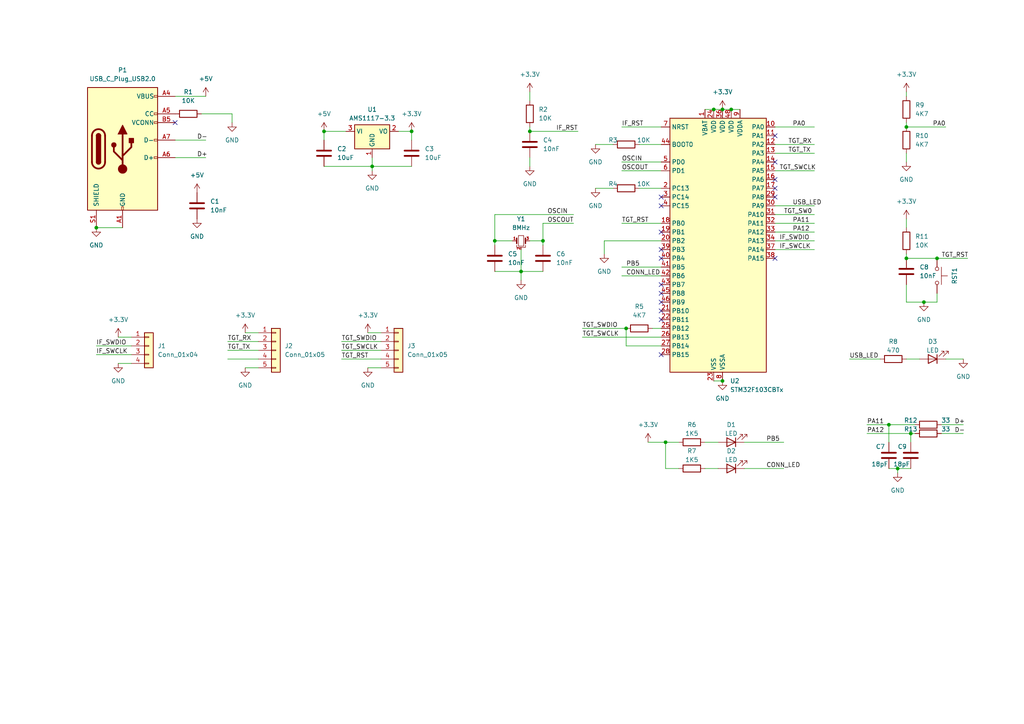
<source format=kicad_sch>
(kicad_sch (version 20230121) (generator eeschema)
  (paper "A4")
  (lib_symbols
    (symbol "Connector:USB_C_Plug_USB2.0" (pin_names (offset 1.016))
      (property "Reference" "P" (at -10.16 19.05 0))
      (property "Value" "USB_C_Plug_USB2.0" (at 12.7 19.05 0))
      (symbol "USB_C_Plug_USB2.0_0_0"
        (rectangle (start -0.254 -17.78) (end 0.254 -16.764))
        (rectangle (start 10.16 -2.286) (end 9.144 -2.794))
        (rectangle (start 10.16 2.794) (end 9.144 2.286))
        (rectangle (start 10.16 7.874) (end 9.144 7.366))
        (rectangle (start 10.16 10.414) (end 9.144 9.906))
        (rectangle (start 10.16 15.494) (end 9.144 14.986))
      )
      (symbol "USB_C_Plug_USB2.0_0_1"
        (rectangle (start -10.16 17.78) (end 10.16 -17.78) (stroke (width 0.254)) (fill (type background)))
        (arc (start -8.89 -3.81) (mid -6.985 -5.7067) (end -5.08 -3.81) (stroke (width 0.508)))
        (arc (start -7.62 -3.81) (mid -6.985 -4.4423) (end -6.35 -3.81) (stroke (width 0.254)))
        (arc (start -7.62 -3.81) (mid -6.985 -4.4423) (end -6.35 -3.81) (stroke (width 0.254)) (fill (type outline)))
        (rectangle (start -7.62 -3.81) (end -6.35 3.81) (stroke (width 0.254)) (fill (type outline)))
        (arc (start -6.35 3.81) (mid -6.985 4.4423) (end -7.62 3.81) (stroke (width 0.254)))
        (arc (start -6.35 3.81) (mid -6.985 4.4423) (end -7.62 3.81) (stroke (width 0.254)) (fill (type outline)))
        (arc (start -5.08 3.81) (mid -6.985 5.7067) (end -8.89 3.81) (stroke (width 0.508)))
        (circle (center -2.54 1.143) (radius 0.635) (stroke (width 0.254)) (fill (type outline)))
        (circle (center 0 -5.842) (radius 1.27) (fill (type outline)))
        (polyline (pts (xy -8.89 -3.81) (xy -8.89 3.81)) (stroke (width 0.508)))
        (polyline (pts (xy -5.08 3.81) (xy -5.08 -3.81)) (stroke (width 0.508)))
        (polyline (pts (xy 0 -5.842) (xy 0 4.318)) (stroke (width 0.508)))
        (polyline (pts (xy 0 -3.302) (xy -2.54 -0.762) (xy -2.54 0.508)) (stroke (width 0.508)))
        (polyline (pts (xy 0 -2.032) (xy 2.54 0.508) (xy 2.54 1.778)) (stroke (width 0.508)))
        (polyline (pts (xy -1.27 4.318) (xy 0 6.858) (xy 1.27 4.318) (xy -1.27 4.318)) (stroke (width 0.254)) (fill (type outline)))
        (rectangle (start 1.905 1.778) (end 3.175 3.048) (stroke (width 0.254)) (fill (type outline)))
      )
      (symbol "USB_C_Plug_USB2.0_1_1"
        (pin passive line (at 0 -22.86 90) (length 5.08) (name "GND") (number "A1"))
        (pin passive line (at 0 -22.86 90) (length 5.08) hide (name "GND") (number "A12"))
        (pin passive line (at 15.24 15.24 180) (length 5.08) (name "VBUS") (number "A4"))
        (pin bidirectional line (at 15.24 10.16 180) (length 5.08) (name "CC") (number "A5"))
        (pin bidirectional line (at 15.24 -2.54 180) (length 5.08) (name "D+") (number "A6"))
        (pin bidirectional line (at 15.24 2.54 180) (length 5.08) (name "D-") (number "A7"))
        (pin passive line (at 15.24 15.24 180) (length 5.08) hide (name "VBUS") (number "A9"))
        (pin passive line (at 0 -22.86 90) (length 5.08) hide (name "GND") (number "B1"))
        (pin passive line (at 0 -22.86 90) (length 5.08) hide (name "GND") (number "B12"))
        (pin passive line (at 15.24 15.24 180) (length 5.08) hide (name "VBUS") (number "B4"))
        (pin bidirectional line (at 15.24 7.62 180) (length 5.08) (name "VCONN") (number "B5"))
        (pin passive line (at 15.24 15.24 180) (length 5.08) hide (name "VBUS") (number "B9"))
        (pin passive line (at -7.62 -22.86 90) (length 5.08) (name "SHIELD") (number "S1"))
      )
    )
    (symbol "Connector_Generic:Conn_01x04" (pin_names (offset 1.016) hide)
      (property "Reference" "J" (at 0 5.08 0))
      (property "Value" "Conn_01x04" (at 0 -7.62 0))
      (symbol "Conn_01x04_1_1"
        (rectangle (start -1.27 -4.953) (end 0 -5.207) (stroke (width 0.1524)))
        (rectangle (start -1.27 -2.413) (end 0 -2.667) (stroke (width 0.1524)))
        (rectangle (start -1.27 0.127) (end 0 -0.127) (stroke (width 0.1524)))
        (rectangle (start -1.27 2.667) (end 0 2.413) (stroke (width 0.1524)))
        (rectangle (start -1.27 3.81) (end 1.27 -6.35) (stroke (width 0.254)) (fill (type background)))
        (pin passive line (at -5.08 2.54 0) (length 3.81) (name "Pin_1") (number "1"))
        (pin passive line (at -5.08 0 0) (length 3.81) (name "Pin_2") (number "2"))
        (pin passive line (at -5.08 -2.54 0) (length 3.81) (name "Pin_3") (number "3"))
        (pin passive line (at -5.08 -5.08 0) (length 3.81) (name "Pin_4") (number "4"))
      )
    )
    (symbol "Connector_Generic:Conn_01x05" (pin_names (offset 1.016) hide)
      (property "Reference" "J" (at 0 7.62 0))
      (property "Value" "Conn_01x05" (at 0 -7.62 0))
      (symbol "Conn_01x05_1_1"
        (rectangle (start -1.27 -4.953) (end 0 -5.207) (stroke (width 0.1524)))
        (rectangle (start -1.27 -2.413) (end 0 -2.667) (stroke (width 0.1524)))
        (rectangle (start -1.27 0.127) (end 0 -0.127) (stroke (width 0.1524)))
        (rectangle (start -1.27 2.667) (end 0 2.413) (stroke (width 0.1524)))
        (rectangle (start -1.27 5.207) (end 0 4.953) (stroke (width 0.1524)))
        (rectangle (start -1.27 6.35) (end 1.27 -6.35) (stroke (width 0.254)) (fill (type background)))
        (pin passive line (at -5.08 5.08 0) (length 3.81) (name "Pin_1") (number "1"))
        (pin passive line (at -5.08 2.54 0) (length 3.81) (name "Pin_2") (number "2"))
        (pin passive line (at -5.08 0 0) (length 3.81) (name "Pin_3") (number "3"))
        (pin passive line (at -5.08 -2.54 0) (length 3.81) (name "Pin_4") (number "4"))
        (pin passive line (at -5.08 -5.08 0) (length 3.81) (name "Pin_5") (number "5"))
      )
    )
    (symbol "Device:C" (pin_numbers hide) (pin_names (offset 0.254))
      (property "Reference" "C" (at 0.635 2.54 0))
      (property "Value" "C" (at 0.635 -2.54 0))
      (symbol "C_0_1"
        (polyline (pts (xy -2.032 -0.762) (xy 2.032 -0.762)) (stroke (width 0.508)))
        (polyline (pts (xy -2.032 0.762) (xy 2.032 0.762)) (stroke (width 0.508)))
      )
      (symbol "C_1_1"
        (pin passive line (at 0 3.81 270) (length 2.794) (name "~") (number "1"))
        (pin passive line (at 0 -3.81 90) (length 2.794) (name "~") (number "2"))
      )
    )
    (symbol "Device:Crystal_GND2_Small" (pin_names (offset 1.016) hide)
      (property "Reference" "Y" (at 0 5.08 0))
      (property "Value" "Crystal_GND2_Small" (at 0 3.175 0))
      (symbol "Crystal_GND2_Small_0_1"
        (rectangle (start -0.762 -1.524) (end 0.762 1.524))
        (polyline (pts (xy -1.27 -0.762) (xy -1.27 0.762)) (stroke (width 0.381)))
        (polyline (pts (xy 1.27 -0.762) (xy 1.27 0.762)) (stroke (width 0.381)))
        (polyline (pts (xy -1.27 -1.27) (xy -1.27 -1.905) (xy 1.27 -1.905) (xy 1.27 -1.27)))
      )
      (symbol "Crystal_GND2_Small_1_1"
        (pin passive line (at -2.54 0 0) (length 1.27) (name "1") (number "1"))
        (pin passive line (at 0 -2.54 90) (length 0.635) (name "2") (number "2"))
        (pin passive line (at 2.54 0 180) (length 1.27) (name "3") (number "3"))
      )
    )
    (symbol "Device:LED" (pin_numbers hide) (pin_names (offset 1.016) hide)
      (property "Reference" "D" (at 0 2.54 0))
      (property "Value" "LED" (at 0 -2.54 0))
      (symbol "LED_0_1"
        (polyline (pts (xy -1.27 -1.27) (xy -1.27 1.27)) (stroke (width 0.254)))
        (polyline (pts (xy -1.27 0) (xy 1.27 0)))
        (polyline (pts (xy 1.27 -1.27) (xy 1.27 1.27) (xy -1.27 0) (xy 1.27 -1.27)) (stroke (width 0.254)))
        (polyline (pts (xy -3.048 -0.762) (xy -4.572 -2.286) (xy -3.81 -2.286) (xy -4.572 -2.286) (xy -4.572 -1.524)))
        (polyline (pts (xy -1.778 -0.762) (xy -3.302 -2.286) (xy -2.54 -2.286) (xy -3.302 -2.286) (xy -3.302 -1.524)))
      )
      (symbol "LED_1_1"
        (pin passive line (at -3.81 0 0) (length 2.54) (name "K") (number "1"))
        (pin passive line (at 3.81 0 180) (length 2.54) (name "A") (number "2"))
      )
    )
    (symbol "Device:R" (pin_numbers hide) (pin_names (offset 0))
      (property "Reference" "R" (at 2.032 0 90))
      (property "Value" "R" (at 0 0 90))
      (symbol "R_0_1"
        (rectangle (start -1.016 -2.54) (end 1.016 2.54) (stroke (width 0.254)))
      )
      (symbol "R_1_1"
        (pin passive line (at 0 3.81 270) (length 1.27) (name "~") (number "1"))
        (pin passive line (at 0 -3.81 90) (length 1.27) (name "~") (number "2"))
      )
    )
    (symbol "MCU_ST_STM32F1:STM32F103CBTx"
      (property "Reference" "U" (at -12.7 39.37 0))
      (property "Value" "STM32F103CBTx" (at 10.16 39.37 0))
      (symbol "STM32F103CBTx_0_1"
        (rectangle (start -12.7 -35.56) (end 15.24 38.1) (stroke (width 0.254)) (fill (type background)))
      )
      (symbol "STM32F103CBTx_1_1"
        (pin power_in line (at -2.54 40.64 270) (length 2.54) (name "VBAT") (number "1"))
        (pin bidirectional line (at 17.78 35.56 180) (length 2.54) (name "PA0") (number "10"))
        (pin bidirectional line (at 17.78 33.02 180) (length 2.54) (name "PA1") (number "11"))
        (pin bidirectional line (at 17.78 30.48 180) (length 2.54) (name "PA2") (number "12"))
        (pin bidirectional line (at 17.78 27.94 180) (length 2.54) (name "PA3") (number "13"))
        (pin bidirectional line (at 17.78 25.4 180) (length 2.54) (name "PA4") (number "14"))
        (pin bidirectional line (at 17.78 22.86 180) (length 2.54) (name "PA5") (number "15"))
        (pin bidirectional line (at 17.78 20.32 180) (length 2.54) (name "PA6") (number "16"))
        (pin bidirectional line (at 17.78 17.78 180) (length 2.54) (name "PA7") (number "17"))
        (pin bidirectional line (at -15.24 7.62 0) (length 2.54) (name "PB0") (number "18"))
        (pin bidirectional line (at -15.24 5.08 0) (length 2.54) (name "PB1") (number "19"))
        (pin bidirectional line (at -15.24 17.78 0) (length 2.54) (name "PC13") (number "2"))
        (pin bidirectional line (at -15.24 2.54 0) (length 2.54) (name "PB2") (number "20"))
        (pin bidirectional line (at -15.24 -17.78 0) (length 2.54) (name "PB10") (number "21"))
        (pin bidirectional line (at -15.24 -20.32 0) (length 2.54) (name "PB11") (number "22"))
        (pin power_in line (at 0 -38.1 90) (length 2.54) (name "VSS") (number "23"))
        (pin power_in line (at 0 40.64 270) (length 2.54) (name "VDD") (number "24"))
        (pin bidirectional line (at -15.24 -22.86 0) (length 2.54) (name "PB12") (number "25"))
        (pin bidirectional line (at -15.24 -25.4 0) (length 2.54) (name "PB13") (number "26"))
        (pin bidirectional line (at -15.24 -27.94 0) (length 2.54) (name "PB14") (number "27"))
        (pin bidirectional line (at -15.24 -30.48 0) (length 2.54) (name "PB15") (number "28"))
        (pin bidirectional line (at 17.78 15.24 180) (length 2.54) (name "PA8") (number "29"))
        (pin bidirectional line (at -15.24 15.24 0) (length 2.54) (name "PC14") (number "3"))
        (pin bidirectional line (at 17.78 12.7 180) (length 2.54) (name "PA9") (number "30"))
        (pin bidirectional line (at 17.78 10.16 180) (length 2.54) (name "PA10") (number "31"))
        (pin bidirectional line (at 17.78 7.62 180) (length 2.54) (name "PA11") (number "32"))
        (pin bidirectional line (at 17.78 5.08 180) (length 2.54) (name "PA12") (number "33"))
        (pin bidirectional line (at 17.78 2.54 180) (length 2.54) (name "PA13") (number "34"))
        (pin passive line (at 0 -38.1 90) (length 2.54) hide (name "VSS") (number "35"))
        (pin power_in line (at 2.54 40.64 270) (length 2.54) (name "VDD") (number "36"))
        (pin bidirectional line (at 17.78 0 180) (length 2.54) (name "PA14") (number "37"))
        (pin bidirectional line (at 17.78 -2.54 180) (length 2.54) (name "PA15") (number "38"))
        (pin bidirectional line (at -15.24 0 0) (length 2.54) (name "PB3") (number "39"))
        (pin bidirectional line (at -15.24 12.7 0) (length 2.54) (name "PC15") (number "4"))
        (pin bidirectional line (at -15.24 -2.54 0) (length 2.54) (name "PB4") (number "40"))
        (pin bidirectional line (at -15.24 -5.08 0) (length 2.54) (name "PB5") (number "41"))
        (pin bidirectional line (at -15.24 -7.62 0) (length 2.54) (name "PB6") (number "42"))
        (pin bidirectional line (at -15.24 -10.16 0) (length 2.54) (name "PB7") (number "43"))
        (pin input line (at -15.24 30.48 0) (length 2.54) (name "BOOT0") (number "44"))
        (pin bidirectional line (at -15.24 -12.7 0) (length 2.54) (name "PB8") (number "45"))
        (pin bidirectional line (at -15.24 -15.24 0) (length 2.54) (name "PB9") (number "46"))
        (pin passive line (at 0 -38.1 90) (length 2.54) hide (name "VSS") (number "47"))
        (pin power_in line (at 5.08 40.64 270) (length 2.54) (name "VDD") (number "48"))
        (pin bidirectional line (at -15.24 25.4 0) (length 2.54) (name "PD0") (number "5"))
        (pin bidirectional line (at -15.24 22.86 0) (length 2.54) (name "PD1") (number "6"))
        (pin input line (at -15.24 35.56 0) (length 2.54) (name "NRST") (number "7"))
        (pin power_in line (at 2.54 -38.1 90) (length 2.54) (name "VSSA") (number "8"))
        (pin power_in line (at 7.62 40.64 270) (length 2.54) (name "VDDA") (number "9"))
      )
    )
    (symbol "Regulator_Linear:AMS1117-3.3"
      (property "Reference" "U" (at -3.81 3.175 0))
      (property "Value" "AMS1117-3.3" (at 0 3.175 0))
      (symbol "AMS1117-3.3_0_1"
        (rectangle (start -5.08 -5.08) (end 5.08 1.905) (stroke (width 0.254)) (fill (type background)))
      )
      (symbol "AMS1117-3.3_1_1"
        (pin power_in line (at 0 -7.62 90) (length 2.54) (name "GND") (number "1"))
        (pin power_out line (at 7.62 0 180) (length 2.54) (name "VO") (number "2"))
        (pin power_in line (at -7.62 0 0) (length 2.54) (name "VI") (number "3"))
      )
    )
    (symbol "Switch:SW_Push" (pin_numbers hide) (pin_names (offset 1.016) hide)
      (property "Reference" "SW" (at 1.27 2.54 0))
      (property "Value" "SW_Push" (at 0 -1.524 0))
      (symbol "SW_Push_0_1"
        (circle (center -2.032 0) (radius 0.508))
        (polyline (pts (xy 0 1.27) (xy 0 3.048)))
        (polyline (pts (xy 2.54 1.27) (xy -2.54 1.27)))
        (circle (center 2.032 0) (radius 0.508))
        (pin passive line (at -5.08 0 0) (length 2.54) (name "1") (number "1"))
        (pin passive line (at 5.08 0 180) (length 2.54) (name "2") (number "2"))
      )
    )
    (symbol "power:+3.3V" (power) (pin_names (offset 0))
      (property "Value" "+3.3V" (at 0 3.556 0))
      (symbol "+3.3V_0_1"
        (polyline (pts (xy -0.762 1.27) (xy 0 2.54)))
        (polyline (pts (xy 0 0) (xy 0 2.54)))
        (polyline (pts (xy 0 2.54) (xy 0.762 1.27)))
      )
      (symbol "+3.3V_1_1"
        (pin power_in line (at 0 0 90) (length 0) hide (name "+3.3V") (number "1"))
      )
    )
    (symbol "power:+5V" (power) (pin_names (offset 0))
      (property "Value" "+5V" (at 0 3.556 0))
      (symbol "+5V_0_1"
        (polyline (pts (xy -0.762 1.27) (xy 0 2.54)))
        (polyline (pts (xy 0 0) (xy 0 2.54)))
        (polyline (pts (xy 0 2.54) (xy 0.762 1.27)))
      )
      (symbol "+5V_1_1"
        (pin power_in line (at 0 0 90) (length 0) hide (name "+5V") (number "1"))
      )
    )
    (symbol "power:GND" (power) (pin_names (offset 0))
      (property "Value" "GND" (at 0 -3.81 0))
      (symbol "GND_0_1"
        (polyline (pts (xy 0 0) (xy 0 -1.27) (xy 1.27 -1.27) (xy 0 -2.54) (xy -1.27 -1.27) (xy 0 -1.27)))
      )
      (symbol "GND_1_1"
        (pin power_in line (at 0 0 270) (length 0) hide (name "GND") (number "1"))
      )
    )
  )
  (junction (at 93.98 38.1))
  (junction (at 209.55 31.75))
  (junction (at 151.13 78.74))
  (junction (at 153.67 38.1))
  (junction (at 143.51 69.85))
  (junction (at 212.09 31.75))
  (junction (at 260.35 135.89))
  (junction (at 262.89 74.93))
  (junction (at 181.61 95.25))
  (junction (at 27.94 66.04))
  (junction (at 264.16 125.73))
  (junction (at 262.89 36.83))
  (junction (at 193.04 128.27))
  (junction (at 267.97 87.63))
  (junction (at 107.95 48.26))
  (junction (at 271.78 74.93))
  (junction (at 207.01 31.75))
  (junction (at 157.48 69.85))
  (junction (at 119.38 38.1))
  (junction (at 209.55 110.49))
  (junction (at 257.81 123.19))
  (no_connect (at 191.77 74.93))
  (no_connect (at 191.77 82.55))
  (no_connect (at 224.79 39.37))
  (no_connect (at 50.8 35.56))
  (no_connect (at 224.79 54.61))
  (no_connect (at 224.79 74.93))
  (no_connect (at 191.77 72.39))
  (no_connect (at 191.77 57.15))
  (no_connect (at 191.77 102.87))
  (no_connect (at 224.79 52.07))
  (no_connect (at 191.77 59.69))
  (no_connect (at 191.77 92.71))
  (no_connect (at 224.79 57.15))
  (no_connect (at 224.79 46.99))
  (no_connect (at 191.77 90.17))
  (no_connect (at 191.77 85.09))
  (no_connect (at 191.77 67.31))
  (no_connect (at 191.77 87.63))
  (wire (pts (xy 193.04 128.27) (xy 196.85 128.27)))
  (wire (pts (xy 151.13 81.28) (xy 151.13 78.74)))
  (wire (pts (xy 180.34 49.53) (xy 191.77 49.53)))
  (wire (pts (xy 257.81 135.89) (xy 260.35 135.89)))
  (wire (pts (xy 93.98 40.64) (xy 93.98 38.1)))
  (wire (pts (xy 224.79 62.23) (xy 236.22 62.23)))
  (wire (pts (xy 27.94 66.04) (xy 35.56 66.04)))
  (wire (pts (xy 224.79 67.31) (xy 236.22 67.31)))
  (wire (pts (xy 153.67 45.72) (xy 153.67 48.26)))
  (wire (pts (xy 153.67 26.67) (xy 153.67 29.21)))
  (wire (pts (xy 266.7 104.14) (xy 262.89 104.14)))
  (wire (pts (xy 153.67 38.1) (xy 167.64 38.1)))
  (wire (pts (xy 153.67 69.85) (xy 157.48 69.85)))
  (wire (pts (xy 224.79 36.83) (xy 236.22 36.83)))
  (wire (pts (xy 143.51 62.23) (xy 166.37 62.23)))
  (wire (pts (xy 177.8 41.91) (xy 172.72 41.91)))
  (wire (pts (xy 71.12 96.52) (xy 74.93 96.52)))
  (wire (pts (xy 177.8 54.61) (xy 172.72 54.61)))
  (wire (pts (xy 27.94 100.33) (xy 38.1 100.33)))
  (wire (pts (xy 257.81 123.19) (xy 257.81 128.27)))
  (wire (pts (xy 262.89 87.63) (xy 267.97 87.63)))
  (wire (pts (xy 224.79 69.85) (xy 236.22 69.85)))
  (wire (pts (xy 181.61 100.33) (xy 191.77 100.33)))
  (wire (pts (xy 180.34 36.83) (xy 191.77 36.83)))
  (wire (pts (xy 262.89 36.83) (xy 262.89 35.56)))
  (wire (pts (xy 50.8 27.94) (xy 59.69 27.94)))
  (wire (pts (xy 93.98 38.1) (xy 100.33 38.1)))
  (wire (pts (xy 224.79 64.77) (xy 236.22 64.77)))
  (wire (pts (xy 260.35 135.89) (xy 260.35 137.16)))
  (wire (pts (xy 204.47 135.89) (xy 208.28 135.89)))
  (wire (pts (xy 262.89 82.55) (xy 262.89 87.63)))
  (wire (pts (xy 204.47 31.75) (xy 207.01 31.75)))
  (wire (pts (xy 153.67 36.83) (xy 153.67 38.1)))
  (wire (pts (xy 273.05 125.73) (xy 279.4 125.73)))
  (wire (pts (xy 262.89 46.99) (xy 262.89 44.45)))
  (wire (pts (xy 224.79 59.69) (xy 236.22 59.69)))
  (wire (pts (xy 157.48 64.77) (xy 166.37 64.77)))
  (wire (pts (xy 273.05 123.19) (xy 279.4 123.19)))
  (wire (pts (xy 110.49 101.6) (xy 99.06 101.6)))
  (wire (pts (xy 143.51 78.74) (xy 151.13 78.74)))
  (wire (pts (xy 251.46 123.19) (xy 257.81 123.19)))
  (wire (pts (xy 187.96 128.27) (xy 193.04 128.27)))
  (wire (pts (xy 181.61 95.25) (xy 168.91 95.25)))
  (wire (pts (xy 157.48 64.77) (xy 157.48 69.85)))
  (wire (pts (xy 110.49 104.14) (xy 99.06 104.14)))
  (wire (pts (xy 185.42 41.91) (xy 191.77 41.91)))
  (wire (pts (xy 193.04 135.89) (xy 193.04 128.27)))
  (wire (pts (xy 157.48 69.85) (xy 157.48 71.12)))
  (wire (pts (xy 107.95 48.26) (xy 107.95 49.53)))
  (wire (pts (xy 262.89 26.67) (xy 262.89 27.94)))
  (wire (pts (xy 34.29 97.79) (xy 38.1 97.79)))
  (wire (pts (xy 251.46 125.73) (xy 264.16 125.73)))
  (wire (pts (xy 34.29 105.41) (xy 38.1 105.41)))
  (wire (pts (xy 271.78 87.63) (xy 271.78 85.09)))
  (wire (pts (xy 207.01 110.49) (xy 209.55 110.49)))
  (wire (pts (xy 143.51 69.85) (xy 148.59 69.85)))
  (wire (pts (xy 106.68 96.52) (xy 110.49 96.52)))
  (wire (pts (xy 106.68 106.68) (xy 110.49 106.68)))
  (wire (pts (xy 66.04 99.06) (xy 74.93 99.06)))
  (wire (pts (xy 212.09 31.75) (xy 214.63 31.75)))
  (wire (pts (xy 119.38 40.64) (xy 119.38 38.1)))
  (wire (pts (xy 66.04 104.14) (xy 74.93 104.14)))
  (wire (pts (xy 185.42 54.61) (xy 191.77 54.61)))
  (wire (pts (xy 215.9 135.89) (xy 227.33 135.89)))
  (wire (pts (xy 107.95 48.26) (xy 119.38 48.26)))
  (wire (pts (xy 267.97 87.63) (xy 271.78 87.63)))
  (wire (pts (xy 175.26 69.85) (xy 175.26 73.66)))
  (wire (pts (xy 279.4 104.14) (xy 274.32 104.14)))
  (wire (pts (xy 181.61 100.33) (xy 181.61 95.25)))
  (wire (pts (xy 143.51 69.85) (xy 143.51 62.23)))
  (wire (pts (xy 189.23 95.25) (xy 191.77 95.25)))
  (wire (pts (xy 224.79 49.53) (xy 236.22 49.53)))
  (wire (pts (xy 260.35 135.89) (xy 264.16 135.89)))
  (wire (pts (xy 119.38 38.1) (xy 115.57 38.1)))
  (wire (pts (xy 271.78 74.93) (xy 280.67 74.93)))
  (wire (pts (xy 215.9 128.27) (xy 227.33 128.27)))
  (wire (pts (xy 224.79 41.91) (xy 236.22 41.91)))
  (wire (pts (xy 262.89 63.5) (xy 262.89 66.04)))
  (wire (pts (xy 58.42 33.02) (xy 67.31 33.02)))
  (wire (pts (xy 66.04 101.6) (xy 74.93 101.6)))
  (wire (pts (xy 180.34 77.47) (xy 191.77 77.47)))
  (wire (pts (xy 27.94 102.87) (xy 38.1 102.87)))
  (wire (pts (xy 257.81 123.19) (xy 265.43 123.19)))
  (wire (pts (xy 93.98 48.26) (xy 107.95 48.26)))
  (wire (pts (xy 143.51 71.12) (xy 143.51 69.85)))
  (wire (pts (xy 151.13 72.39) (xy 151.13 78.74)))
  (wire (pts (xy 50.8 40.64) (xy 59.69 40.64)))
  (wire (pts (xy 262.89 36.83) (xy 274.32 36.83)))
  (wire (pts (xy 50.8 45.72) (xy 59.69 45.72)))
  (wire (pts (xy 180.34 80.01) (xy 191.77 80.01)))
  (wire (pts (xy 107.95 45.72) (xy 107.95 48.26)))
  (wire (pts (xy 209.55 31.75) (xy 212.09 31.75)))
  (wire (pts (xy 224.79 72.39) (xy 236.22 72.39)))
  (wire (pts (xy 246.38 104.14) (xy 255.27 104.14)))
  (wire (pts (xy 180.34 64.77) (xy 191.77 64.77)))
  (wire (pts (xy 204.47 128.27) (xy 208.28 128.27)))
  (wire (pts (xy 67.31 33.02) (xy 67.31 35.56)))
  (wire (pts (xy 262.89 74.93) (xy 271.78 74.93)))
  (wire (pts (xy 180.34 46.99) (xy 191.77 46.99)))
  (wire (pts (xy 191.77 69.85) (xy 175.26 69.85)))
  (wire (pts (xy 264.16 125.73) (xy 265.43 125.73)))
  (wire (pts (xy 71.12 106.68) (xy 74.93 106.68)))
  (wire (pts (xy 224.79 44.45) (xy 236.22 44.45)))
  (wire (pts (xy 207.01 31.75) (xy 209.55 31.75)))
  (wire (pts (xy 110.49 99.06) (xy 99.06 99.06)))
  (wire (pts (xy 196.85 135.89) (xy 193.04 135.89)))
  (wire (pts (xy 151.13 78.74) (xy 157.48 78.74)))
  (wire (pts (xy 168.91 97.79) (xy 191.77 97.79)))
  (wire (pts (xy 262.89 73.66) (xy 262.89 74.93)))
  (wire (pts (xy 264.16 125.73) (xy 264.16 128.27)))
  (label "PA11" (at 229.87 64.77 0))
  (label "D-" (at 57.15 40.64 0))
  (label "TGT_RST" (at 180.34 64.77 0))
  (label "TGT_RX" (at 228.6 41.91 0))
  (label "IF_SWCLK" (at 226.06 72.39 0))
  (label "D+" (at 276.86 123.19 0))
  (label "TGT_RST" (at 99.06 104.14 0))
  (label "CONN_LED" (at 181.61 80.01 0))
  (label "IF_RST" (at 180.34 36.83 0))
  (label "TGT_SWCLK" (at 226.06 49.53 0))
  (label "IF_RST" (at 161.29 38.1 0))
  (label "TGT_SWDIO" (at 168.91 95.25 0))
  (label "USB_LED" (at 246.38 104.14 0))
  (label "IF_SWDIO" (at 226.06 69.85 0))
  (label "TGT_RST" (at 273.05 74.93 0))
  (label "IF_SWDIO" (at 27.94 100.33 0))
  (label "CONN_LED" (at 222.25 135.89 0))
  (label "OSCIN" (at 158.75 62.23 0))
  (label "PA12" (at 251.46 125.73 0))
  (label "TGT_SWCLK" (at 99.06 101.6 0))
  (label "USB_LED" (at 229.87 59.69 0))
  (label "OSCIN" (at 180.34 46.99 0))
  (label "TGT_SWDIO" (at 99.06 99.06 0))
  (label "PB5" (at 181.61 77.47 0))
  (label "TGT_TX" (at 228.6 44.45 0))
  (label "PA12" (at 229.87 67.31 0))
  (label "PA11" (at 251.46 123.19 0))
  (label "TGT_SW0" (at 227.33 62.23 0))
  (label "PA0" (at 229.87 36.83 0))
  (label "TGT_RX" (at 66.04 99.06 0))
  (label "OSCOUT" (at 158.75 64.77 0))
  (label "D+" (at 57.15 45.72 0))
  (label "IF_SWCLK" (at 27.94 102.87 0))
  (label "TGT_TX" (at 66.04 101.6 0))
  (label "D-" (at 276.86 125.73 0))
  (label "TGT_SWCLK" (at 168.91 97.79 0))
  (label "PB5" (at 222.25 128.27 0))
  (label "OSCOUT" (at 180.34 49.53 0))
  (label "PA0" (at 270.51 36.83 0))
  (symbol (lib_id "power:GND") (at 106.68 106.68 0) (unit 1)
    (property "Reference" "#PWR031" (effects hide))
    (property "Value" "GND" (at 106.68 111.76 0))
  )
  (symbol (lib_id "power:GND") (at 262.89 46.99 0) (unit 1)
    (property "Reference" "#PWR017" (effects hide))
    (property "Value" "GND" (at 262.89 52.07 0))
  )
  (symbol (lib_id "power:GND") (at 71.12 106.68 0) (unit 1)
    (property "Reference" "#PWR027" (effects hide))
    (property "Value" "GND" (at 71.12 111.76 0))
  )
  (symbol (lib_id "Device:R") (at 54.61 33.02 90) (unit 1)
    (property "Reference" "R1" (at 54.61 26.67 90))
    (property "Value" "10K" (at 54.61 29.21 90))
    (property "Footprint" "Resistor_SMD:R_0603_1608Metric_Pad0.98x0.95mm_HandSolder" (effects hide))
  )
  (symbol (lib_id "Device:C") (at 57.15 59.69 0) (unit 1)
    (property "Reference" "C1" (at 60.96 58.42 0) (effects (justify left)))
    (property "Value" "10nF" (at 60.96 60.96 0) (effects (justify left)))
    (property "Footprint" "Capacitor_SMD:C_0603_1608Metric_Pad1.08x0.95mm_HandSolder" (effects hide))
  )
  (symbol (lib_id "power:GND") (at 172.72 54.61 0) (unit 1)
    (property "Reference" "#PWR024" (effects hide))
    (property "Value" "GND" (at 172.72 59.69 0))
  )
  (symbol (lib_id "Device:R") (at 181.61 54.61 90) (unit 1)
    (property "Reference" "R4" (at 177.8 53.34 90))
    (property "Value" "10K" (at 186.69 53.34 90))
    (property "Footprint" "Resistor_SMD:R_0603_1608Metric_Pad0.98x0.95mm_HandSolder" (effects hide))
  )
  (symbol (lib_id "power:GND") (at 27.94 66.04 0) (unit 1)
    (property "Reference" "#PWR01" (effects hide))
    (property "Value" "GND" (at 27.94 71.12 0))
  )
  (symbol (lib_id "power:+3.3V") (at 187.96 128.27 0) (unit 1)
    (property "Reference" "#PWR020" (effects hide))
    (property "Value" "+3.3V" (at 187.96 123.19 0))
  )
  (symbol (lib_id "Connector_Generic:Conn_01x05") (at 115.57 101.6 0) (unit 1)
    (property "Reference" "J3" (at 118.11 100.33 0) (effects (justify left)))
    (property "Value" "Conn_01x05" (at 118.11 102.87 0) (effects (justify left)))
    (property "Footprint" "Connector_Harwin:Harwin_M20-89005xx_1x05_P2.54mm_Horizontal" (effects hide))
  )
  (symbol (lib_id "Device:R") (at 200.66 135.89 90) (unit 1)
    (property "Reference" "R7" (at 200.66 130.81 90))
    (property "Value" "1K5" (at 200.66 133.35 90))
    (property "Footprint" "Resistor_SMD:R_0603_1608Metric_Pad0.98x0.95mm_HandSolder" (effects hide))
  )
  (symbol (lib_id "Device:C") (at 153.67 41.91 0) (unit 1)
    (property "Reference" "C4" (at 157.48 40.64 0) (effects (justify left)))
    (property "Value" "10nF" (at 157.48 43.18 0) (effects (justify left)))
    (property "Footprint" "Capacitor_SMD:C_0603_1608Metric_Pad1.08x0.95mm_HandSolder" (effects hide))
  )
  (symbol (lib_id "Device:R") (at 262.89 40.64 0) (unit 1)
    (property "Reference" "R10" (at 265.43 39.37 0) (effects (justify left)))
    (property "Value" "4K7" (at 265.43 41.91 0) (effects (justify left)))
    (property "Footprint" "Resistor_SMD:R_0603_1608Metric_Pad0.98x0.95mm_HandSolder" (effects hide))
  )
  (symbol (lib_id "power:GND") (at 279.4 104.14 0) (unit 1)
    (property "Reference" "#PWR018" (effects hide))
    (property "Value" "GND" (at 279.4 109.22 0))
  )
  (symbol (lib_id "power:+3.3V") (at 153.67 26.67 0) (unit 1)
    (property "Reference" "#PWR021" (effects hide))
    (property "Value" "+3.3V" (at 153.67 21.59 0))
  )
  (symbol (lib_id "power:+3.3V") (at 106.68 96.52 0) (unit 1)
    (property "Reference" "#PWR030" (effects hide))
    (property "Value" "+3.3V" (at 106.68 91.44 0))
  )
  (symbol (lib_id "power:GND") (at 260.35 137.16 0) (unit 1)
    (property "Reference" "#PWR019" (effects hide))
    (property "Value" "GND" (at 260.35 142.24 0))
  )
  (symbol (lib_id "Regulator_Linear:AMS1117-3.3") (at 107.95 38.1 0) (unit 1)
    (property "Reference" "U1" (at 107.95 31.75 0))
    (property "Value" "AMS1117-3.3" (at 107.95 34.29 0))
    (property "Footprint" "Package_TO_SOT_SMD:SOT-223-3_TabPin2" (effects hide))
    (property "Datasheet" "http://www.advanced-monolithic.com/pdf/ds1117.pdf" (effects hide))
  )
  (symbol (lib_id "Device:R") (at 269.24 125.73 90) (unit 1)
    (property "Reference" "R13" (at 264.16 124.46 90))
    (property "Value" "33" (at 274.32 124.46 90))
    (property "Footprint" "Resistor_SMD:R_0603_1608Metric_Pad0.98x0.95mm_HandSolder" (effects hide))
  )
  (symbol (lib_id "power:+3.3V") (at 209.55 31.75 0) (unit 1)
    (property "Reference" "#PWR013" (effects hide))
    (property "Value" "+3.3V" (at 209.55 26.67 0))
  )
  (symbol (lib_id "Device:C") (at 119.38 44.45 0) (unit 1)
    (property "Reference" "C3" (at 123.19 43.18 0) (effects (justify left)))
    (property "Value" "10uF" (at 123.19 45.72 0) (effects (justify left)))
    (property "Footprint" "Capacitor_SMD:C_0603_1608Metric_Pad1.08x0.95mm_HandSolder" (effects hide))
  )
  (symbol (lib_id "power:+3.3V") (at 262.89 26.67 0) (unit 1)
    (property "Reference" "#PWR016" (effects hide))
    (property "Value" "+3.3V" (at 262.89 21.59 0))
  )
  (symbol (lib_id "Device:C") (at 257.81 132.08 0) (unit 1)
    (property "Reference" "C7" (at 254 129.54 0) (effects (justify left)))
    (property "Value" "18pF" (at 252.73 134.62 0) (effects (justify left)))
    (property "Footprint" "Capacitor_SMD:C_0603_1608Metric_Pad1.08x0.95mm_HandSolder" (effects hide))
  )
  (symbol (lib_id "power:+3.3V") (at 119.38 38.1 0) (unit 1)
    (property "Reference" "#PWR08" (effects hide))
    (property "Value" "+3.3V" (at 119.38 33.02 0))
  )
  (symbol (lib_id "power:GND") (at 57.15 63.5 0) (unit 1)
    (property "Reference" "#PWR03" (effects hide))
    (property "Value" "GND" (at 57.15 68.58 0))
  )
  (symbol (lib_id "power:+5V") (at 57.15 55.88 0) (unit 1)
    (property "Reference" "#PWR02" (effects hide))
    (property "Value" "+5V" (at 57.15 50.8 0))
  )
  (symbol (lib_id "Device:LED") (at 212.09 135.89 180) (unit 1)
    (property "Reference" "D2" (at 212.09 130.81 0))
    (property "Value" "LED" (at 212.09 133.35 0))
    (property "Footprint" "LED_SMD:LED_0603_1608Metric_Pad1.05x0.95mm_HandSolder" (effects hide))
  )
  (symbol (lib_id "power:GND") (at 267.97 87.63 0) (unit 1)
    (property "Reference" "#PWR014" (effects hide))
    (property "Value" "GND" (at 267.97 92.71 0))
  )
  (symbol (lib_id "power:GND") (at 209.55 110.49 0) (unit 1)
    (property "Reference" "#PWR015" (effects hide))
    (property "Value" "GND" (at 209.55 115.57 0))
  )
  (symbol (lib_id "Device:R") (at 153.67 33.02 0) (unit 1)
    (property "Reference" "R2" (at 156.21 31.75 0) (effects (justify left)))
    (property "Value" "10K" (at 156.21 34.29 0) (effects (justify left)))
    (property "Footprint" "Resistor_SMD:R_0603_1608Metric_Pad0.98x0.95mm_HandSolder" (effects hide))
  )
  (symbol (lib_id "Device:R") (at 185.42 95.25 90) (unit 1)
    (property "Reference" "R5" (at 185.42 88.9 90))
    (property "Value" "4K7" (at 185.42 91.44 90))
    (property "Footprint" "Resistor_SMD:R_0603_1608Metric_Pad0.98x0.95mm_HandSolder" (effects hide))
  )
  (symbol (lib_id "power:GND") (at 107.95 49.53 0) (unit 1)
    (property "Reference" "#PWR07" (effects hide))
    (property "Value" "GND" (at 107.95 54.61 0))
  )
  (symbol (lib_id "Device:R") (at 262.89 31.75 0) (unit 1)
    (property "Reference" "R9" (at 265.43 30.48 0) (effects (justify left)))
    (property "Value" "4K7" (at 265.43 33.02 0) (effects (justify left)))
    (property "Footprint" "Resistor_SMD:R_0603_1608Metric_Pad0.98x0.95mm_HandSolder" (effects hide))
  )
  (symbol (lib_id "power:+3.3V") (at 71.12 96.52 0) (unit 1)
    (property "Reference" "#PWR026" (effects hide))
    (property "Value" "+3.3V" (at 71.12 91.44 0))
  )
  (symbol (lib_id "power:GND") (at 153.67 48.26 0) (unit 1)
    (property "Reference" "#PWR022" (effects hide))
    (property "Value" "GND" (at 153.67 53.34 0))
  )
  (symbol (lib_id "Connector_Generic:Conn_01x05") (at 80.01 101.6 0) (unit 1)
    (property "Reference" "J2" (at 82.55 100.33 0) (effects (justify left)))
    (property "Value" "Conn_01x05" (at 82.55 102.87 0) (effects (justify left)))
    (property "Footprint" "Connector_Harwin:Harwin_M20-89005xx_1x05_P2.54mm_Horizontal" (effects hide))
  )
  (symbol (lib_id "Device:R") (at 262.89 69.85 0) (unit 1)
    (property "Reference" "R11" (at 265.43 68.58 0) (effects (justify left)))
    (property "Value" "10K" (at 265.43 71.12 0) (effects (justify left)))
    (property "Footprint" "Resistor_SMD:R_0603_1608Metric_Pad0.98x0.95mm_HandSolder" (effects hide))
  )
  (symbol (lib_id "power:+5V") (at 59.69 27.94 0) (unit 1)
    (property "Reference" "#PWR04" (effects hide))
    (property "Value" "+5V" (at 59.69 22.86 0))
  )
  (symbol (lib_id "Device:C") (at 93.98 44.45 0) (unit 1)
    (property "Reference" "C2" (at 97.79 43.18 0) (effects (justify left)))
    (property "Value" "10uF" (at 97.79 45.72 0) (effects (justify left)))
    (property "Footprint" "Capacitor_SMD:C_0603_1608Metric_Pad1.08x0.95mm_HandSolder" (effects hide))
  )
  (symbol (lib_id "Device:LED") (at 270.51 104.14 180) (unit 1)
    (property "Reference" "D3" (at 270.51 99.06 0))
    (property "Value" "LED" (at 270.51 101.6 0))
    (property "Footprint" "LED_SMD:LED_0603_1608Metric_Pad1.05x0.95mm_HandSolder" (effects hide))
  )
  (symbol (lib_id "Switch:SW_Push") (at 271.78 80.01 270) (unit 1)
    (property "Reference" "RST1" (at 276.86 80.01 0))
    (property "Value" "RST" (effects hide))
    (property "Footprint" "Button_Switch_SMD:SW_Push_SPST_NO_Alps_SKRK" (effects hide))
  )
  (symbol (lib_id "Device:R") (at 200.66 128.27 90) (unit 1)
    (property "Reference" "R6" (at 200.66 123.19 90))
    (property "Value" "1K5" (at 200.66 125.73 90))
    (property "Footprint" "Resistor_SMD:R_0603_1608Metric_Pad0.98x0.95mm_HandSolder" (effects hide))
  )
  (symbol (lib_id "Device:C") (at 143.51 74.93 0) (unit 1)
    (property "Reference" "C5" (at 147.32 73.66 0) (effects (justify left)))
    (property "Value" "10nF" (at 147.32 76.2 0) (effects (justify left)))
    (property "Footprint" "Capacitor_SMD:C_0603_1608Metric_Pad1.08x0.95mm_HandSolder" (effects hide))
  )
  (symbol (lib_id "power:+5V") (at 93.98 38.1 0) (unit 1)
    (property "Reference" "#PWR06" (effects hide))
    (property "Value" "+5V" (at 93.98 33.02 0))
  )
  (symbol (lib_id "power:GND") (at 175.26 73.66 0) (unit 1)
    (property "Reference" "#PWR09" (effects hide))
    (property "Value" "GND" (at 175.26 78.74 0))
  )
  (symbol (lib_id "Connector_Generic:Conn_01x04") (at 43.18 100.33 0) (unit 1)
    (property "Reference" "J1" (at 45.72 100.33 0) (effects (justify left)))
    (property "Value" "Conn_01x04" (at 45.72 102.87 0) (effects (justify left)))
    (property "Footprint" "Connector_PinHeader_2.54mm:PinHeader_1x04_P2.54mm_Vertical" (effects hide))
  )
  (symbol (lib_id "power:+3.3V") (at 262.89 63.5 0) (unit 1)
    (property "Reference" "#PWR010" (effects hide))
    (property "Value" "+3.3V" (at 262.89 58.42 0))
  )
  (symbol (lib_id "Device:R") (at 181.61 41.91 90) (unit 1)
    (property "Reference" "R3" (at 177.8 40.64 90))
    (property "Value" "10K" (at 186.69 40.64 90))
    (property "Footprint" "Resistor_SMD:R_0603_1608Metric_Pad0.98x0.95mm_HandSolder" (effects hide))
  )
  (symbol (lib_id "power:GND") (at 172.72 41.91 0) (unit 1)
    (property "Reference" "#PWR023" (effects hide))
    (property "Value" "GND" (at 172.72 46.99 0))
  )
  (symbol (lib_id "Connector:USB_C_Plug_USB2.0") (at 35.56 43.18 0) (unit 1)
    (property "Reference" "P1" (at 35.56 20.32 0))
    (property "Value" "USB_C_Plug_USB2.0" (at 35.56 22.86 0))
    (property "Footprint" "Connector_USB:USB_C_Receptacle_GCT_USB4105-xx-A_16P_TopMnt_Horizontal" (effects hide))
    (property "Datasheet" "https://www.usb.org/sites/default/files/documents/usb_type-c.zip" (effects hide))
    (property "JLCPCB" "USB-TYPE-C-018 C2927038" (effects hide))
  )
  (symbol (lib_id "MCU_ST_STM32F1:STM32F103CBTx") (at 207.01 72.39 0) (unit 1)
    (property "Reference" "U2" (at 211.7441 110.49 0) (effects (justify left)))
    (property "Value" "STM32F103CBTx" (at 211.7441 113.03 0) (effects (justify left)))
    (property "Footprint" "Package_QFP:LQFP-48_7x7mm_P0.5mm" (effects hide))
    (property "Datasheet" "https://www.st.com/resource/en/datasheet/stm32f103cb.pdf" (effects hide))
  )
  (symbol (lib_id "Device:C") (at 157.48 74.93 0) (unit 1)
    (property "Reference" "C6" (at 161.29 73.66 0) (effects (justify left)))
    (property "Value" "10nF" (at 161.29 76.2 0) (effects (justify left)))
    (property "Footprint" "Capacitor_SMD:C_0603_1608Metric_Pad1.08x0.95mm_HandSolder" (effects hide))
  )
  (symbol (lib_id "Device:Crystal_GND2_Small") (at 151.13 69.85 0) (unit 1)
    (property "Reference" "Y1" (at 151.13 63.5 0))
    (property "Value" "8MHz" (at 151.13 66.04 0))
    (property "Footprint" "Crystal:Crystal_SMD_SeikoEpson_FA238V-4Pin_3.2x2.5mm_HandSoldering" (effects hide))
  )
  (symbol (lib_id "Device:R") (at 259.08 104.14 90) (unit 1)
    (property "Reference" "R8" (at 259.08 99.06 90))
    (property "Value" "470" (at 259.08 101.6 90))
    (property "Footprint" "Resistor_SMD:R_0603_1608Metric_Pad0.98x0.95mm_HandSolder" (effects hide))
  )
  (symbol (lib_id "Device:LED") (at 212.09 128.27 180) (unit 1)
    (property "Reference" "D1" (at 212.09 123.19 0))
    (property "Value" "LED" (at 212.09 125.73 0))
    (property "Footprint" "LED_SMD:LED_0603_1608Metric_Pad1.05x0.95mm_HandSolder" (effects hide))
  )
  (symbol (lib_id "power:GND") (at 151.13 81.28 0) (unit 1)
    (property "Reference" "#PWR025" (effects hide))
    (property "Value" "GND" (at 151.13 86.36 0))
  )
  (symbol (lib_id "power:+3.3V") (at 34.29 97.79 0) (unit 1)
    (property "Reference" "#PWR028" (effects hide))
    (property "Value" "+3.3V" (at 34.29 92.71 0))
  )
  (symbol (lib_id "Device:R") (at 269.24 123.19 90) (unit 1)
    (property "Reference" "R12" (at 264.16 121.92 90))
    (property "Value" "33" (at 274.32 121.92 90))
    (property "Footprint" "Resistor_SMD:R_0603_1608Metric_Pad0.98x0.95mm_HandSolder" (effects hide))
  )
  (symbol (lib_id "power:GND") (at 67.31 35.56 0) (unit 1)
    (property "Reference" "#PWR05" (effects hide))
    (property "Value" "GND" (at 67.31 40.64 0))
  )
  (symbol (lib_id "power:GND") (at 34.29 105.41 0) (unit 1)
    (property "Reference" "#PWR029" (effects hide))
    (property "Value" "GND" (at 34.29 110.49 0))
  )
  (symbol (lib_id "Device:C") (at 262.89 78.74 0) (unit 1)
    (property "Reference" "C8" (at 266.7 77.47 0) (effects (justify left)))
    (property "Value" "10nF" (at 266.7 80.01 0) (effects (justify left)))
    (property "Footprint" "Capacitor_SMD:C_0603_1608Metric_Pad1.08x0.95mm_HandSolder" (effects hide))
  )
  (symbol (lib_id "Device:C") (at 264.16 132.08 0) (unit 1)
    (property "Reference" "C9" (at 260.35 129.54 0) (effects (justify left)))
    (property "Value" "18pF" (at 259.08 134.62 0) (effects (justify left)))
    (property "Footprint" "Capacitor_SMD:C_0603_1608Metric_Pad1.08x0.95mm_HandSolder" (effects hide))
  )
)
</source>
